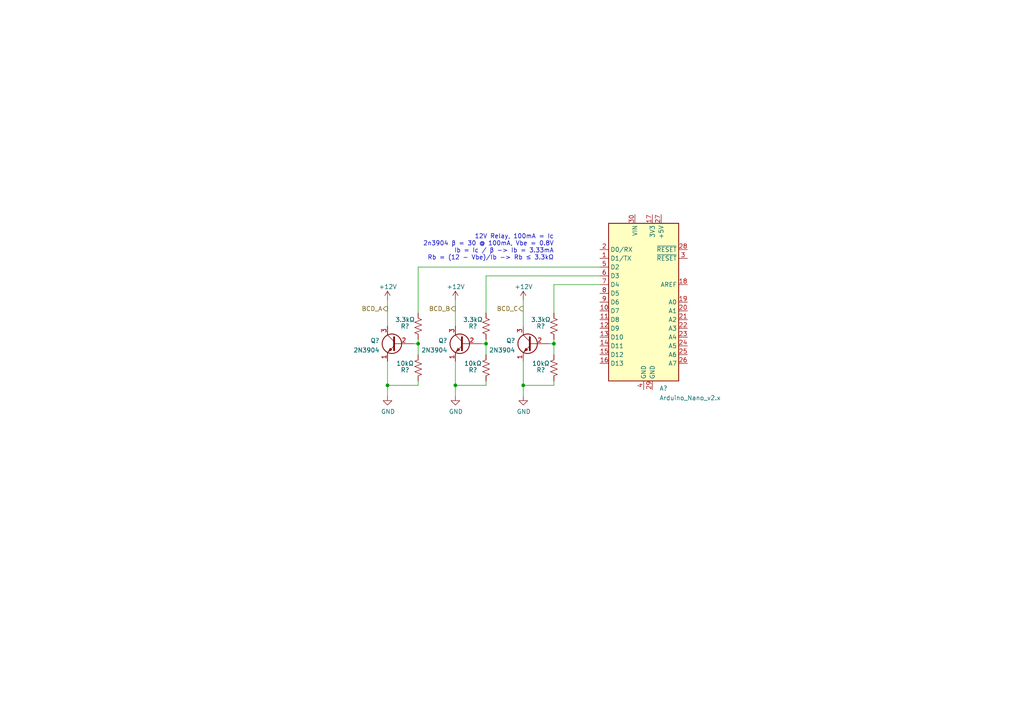
<source format=kicad_sch>
(kicad_sch (version 20211123) (generator eeschema)
  (paper "A4")
  (lib_symbols
    (symbol "Device:R_US" (pin_numbers hide) (pin_names (offset 0))
      (property "Reference" "R" (at 2.54 0 90))
      (property "Value" "R_US" (at -2.54 0 90))
      (symbol "R_US_0_1"
        (polyline (pts (xy 0 -2.286) (xy 0 -2.54)))
        (polyline (pts (xy 0 2.286) (xy 0 2.54)))
        (polyline (pts (xy 0 -0.762) (xy 1.016 -1.143) (xy 0 -1.524) (xy -1.016 -1.905) (xy 0 -2.286)))
        (polyline (pts (xy 0 0.762) (xy 1.016 0.381) (xy 0 0) (xy -1.016 -0.381) (xy 0 -0.762)))
        (polyline (pts (xy 0 2.286) (xy 1.016 1.905) (xy 0 1.524) (xy -1.016 1.143) (xy 0 0.762)))
      )
      (symbol "R_US_1_1"
        (pin passive line (at 0 3.81 270) (length 1.27) (name "~") (number "1"))
        (pin passive line (at 0 -3.81 90) (length 1.27) (name "~") (number "2"))
      )
    )
    (symbol "MCU_Module:Arduino_Nano_v2.x"
      (property "Reference" "A" (at -10.16 23.495 0))
      (property "Value" "Arduino_Nano_v2.x" (at 5.08 -24.13 0))
      (symbol "Arduino_Nano_v2.x_0_1"
        (rectangle (start -10.16 22.86) (end 10.16 -22.86) (stroke (width 0.254)) (fill (type background)))
      )
      (symbol "Arduino_Nano_v2.x_1_1"
        (pin bidirectional line (at -12.7 12.7 0) (length 2.54) (name "D1/TX") (number "1"))
        (pin bidirectional line (at -12.7 -2.54 0) (length 2.54) (name "D7") (number "10"))
        (pin bidirectional line (at -12.7 -5.08 0) (length 2.54) (name "D8") (number "11"))
        (pin bidirectional line (at -12.7 -7.62 0) (length 2.54) (name "D9") (number "12"))
        (pin bidirectional line (at -12.7 -10.16 0) (length 2.54) (name "D10") (number "13"))
        (pin bidirectional line (at -12.7 -12.7 0) (length 2.54) (name "D11") (number "14"))
        (pin bidirectional line (at -12.7 -15.24 0) (length 2.54) (name "D12") (number "15"))
        (pin bidirectional line (at -12.7 -17.78 0) (length 2.54) (name "D13") (number "16"))
        (pin power_out line (at 2.54 25.4 270) (length 2.54) (name "3V3") (number "17"))
        (pin input line (at 12.7 5.08 180) (length 2.54) (name "AREF") (number "18"))
        (pin bidirectional line (at 12.7 0 180) (length 2.54) (name "A0") (number "19"))
        (pin bidirectional line (at -12.7 15.24 0) (length 2.54) (name "D0/RX") (number "2"))
        (pin bidirectional line (at 12.7 -2.54 180) (length 2.54) (name "A1") (number "20"))
        (pin bidirectional line (at 12.7 -5.08 180) (length 2.54) (name "A2") (number "21"))
        (pin bidirectional line (at 12.7 -7.62 180) (length 2.54) (name "A3") (number "22"))
        (pin bidirectional line (at 12.7 -10.16 180) (length 2.54) (name "A4") (number "23"))
        (pin bidirectional line (at 12.7 -12.7 180) (length 2.54) (name "A5") (number "24"))
        (pin bidirectional line (at 12.7 -15.24 180) (length 2.54) (name "A6") (number "25"))
        (pin bidirectional line (at 12.7 -17.78 180) (length 2.54) (name "A7") (number "26"))
        (pin power_out line (at 5.08 25.4 270) (length 2.54) (name "+5V") (number "27"))
        (pin input line (at 12.7 15.24 180) (length 2.54) (name "~{RESET}") (number "28"))
        (pin power_in line (at 2.54 -25.4 90) (length 2.54) (name "GND") (number "29"))
        (pin input line (at 12.7 12.7 180) (length 2.54) (name "~{RESET}") (number "3"))
        (pin power_in line (at -2.54 25.4 270) (length 2.54) (name "VIN") (number "30"))
        (pin power_in line (at 0 -25.4 90) (length 2.54) (name "GND") (number "4"))
        (pin bidirectional line (at -12.7 10.16 0) (length 2.54) (name "D2") (number "5"))
        (pin bidirectional line (at -12.7 7.62 0) (length 2.54) (name "D3") (number "6"))
        (pin bidirectional line (at -12.7 5.08 0) (length 2.54) (name "D4") (number "7"))
        (pin bidirectional line (at -12.7 2.54 0) (length 2.54) (name "D5") (number "8"))
        (pin bidirectional line (at -12.7 0 0) (length 2.54) (name "D6") (number "9"))
      )
    )
    (symbol "Transistor_BJT:2N2219" (pin_names (offset 0) hide)
      (property "Reference" "Q" (at 5.08 1.905 0))
      (property "Value" "2N2219" (at 5.08 0 0))
      (symbol "2N2219_0_1"
        (polyline (pts (xy 0.635 0.635) (xy 2.54 2.54)))
        (polyline (pts (xy 0.635 -0.635) (xy 2.54 -2.54) (xy 2.54 -2.54)))
        (polyline (pts (xy 0.635 1.905) (xy 0.635 -1.905) (xy 0.635 -1.905)) (stroke (width 0.508)))
        (polyline (pts (xy 1.27 -1.778) (xy 1.778 -1.27) (xy 2.286 -2.286) (xy 1.27 -1.778) (xy 1.27 -1.778)) (fill (type outline)))
        (circle (center 1.27 0) (radius 2.8194) (stroke (width 0.254)))
      )
      (symbol "2N2219_1_1"
        (pin passive line (at 2.54 -5.08 90) (length 2.54) (name "E") (number "1"))
        (pin passive line (at -5.08 0 0) (length 5.715) (name "B") (number "2"))
        (pin passive line (at 2.54 5.08 270) (length 2.54) (name "C") (number "3"))
      )
    )
    (symbol "power:+12V" (power) (pin_names (offset 0))
      (property "Value" "+12V" (at 0 3.556 0))
      (symbol "+12V_0_1"
        (polyline (pts (xy -0.762 1.27) (xy 0 2.54)))
        (polyline (pts (xy 0 0) (xy 0 2.54)))
        (polyline (pts (xy 0 2.54) (xy 0.762 1.27)))
      )
      (symbol "+12V_1_1"
        (pin power_in line (at 0 0 90) (length 0) hide (name "+12V") (number "1"))
      )
    )
    (symbol "power:GND" (power) (pin_names (offset 0))
      (property "Value" "GND" (at 0 -3.81 0))
      (symbol "GND_0_1"
        (polyline (pts (xy 0 0) (xy 0 -1.27) (xy 1.27 -1.27) (xy 0 -2.54) (xy -1.27 -1.27) (xy 0 -1.27)))
      )
      (symbol "GND_1_1"
        (pin power_in line (at 0 0 270) (length 0) hide (name "GND") (number "1"))
      )
    )
  )
  (junction (at 121.285 99.695))
  (junction (at 140.97 99.695))
  (junction (at 112.395 111.76))
  (junction (at 132.08 111.76))
  (junction (at 151.765 111.76))
  (junction (at 160.655 99.695))
  (wire (pts (xy 132.08 111.76) (xy 140.97 111.76)))
  (wire (pts (xy 121.285 77.47) (xy 121.285 90.805)))
  (wire (pts (xy 132.08 111.76) (xy 132.08 114.935)))
  (wire (pts (xy 160.655 98.425) (xy 160.655 99.695)))
  (wire (pts (xy 112.395 86.995) (xy 112.395 94.615)))
  (wire (pts (xy 140.97 110.49) (xy 140.97 111.76)))
  (wire (pts (xy 121.285 77.47) (xy 173.99 77.47)))
  (wire (pts (xy 132.08 104.775) (xy 132.08 111.76)))
  (wire (pts (xy 112.395 104.775) (xy 112.395 111.76)))
  (wire (pts (xy 160.655 110.49) (xy 160.655 111.76)))
  (wire (pts (xy 140.97 99.695) (xy 140.97 102.87)))
  (wire (pts (xy 160.655 82.55) (xy 160.655 90.805)))
  (wire (pts (xy 151.765 86.995) (xy 151.765 94.615)))
  (wire (pts (xy 121.285 98.425) (xy 121.285 99.695)))
  (wire (pts (xy 159.385 99.695) (xy 160.655 99.695)))
  (wire (pts (xy 140.97 98.425) (xy 140.97 99.695)))
  (wire (pts (xy 151.765 111.76) (xy 151.765 114.935)))
  (wire (pts (xy 112.395 111.76) (xy 121.285 111.76)))
  (wire (pts (xy 112.395 111.76) (xy 112.395 114.935)))
  (wire (pts (xy 140.97 80.01) (xy 140.97 90.805)))
  (wire (pts (xy 121.285 110.49) (xy 121.285 111.76)))
  (wire (pts (xy 121.285 99.695) (xy 121.285 102.87)))
  (wire (pts (xy 139.7 99.695) (xy 140.97 99.695)))
  (wire (pts (xy 160.655 82.55) (xy 173.99 82.55)))
  (wire (pts (xy 160.655 99.695) (xy 160.655 102.87)))
  (wire (pts (xy 132.08 86.995) (xy 132.08 94.615)))
  (wire (pts (xy 151.765 104.775) (xy 151.765 111.76)))
  (wire (pts (xy 151.765 111.76) (xy 160.655 111.76)))
  (wire (pts (xy 140.97 80.01) (xy 173.99 80.01)))
  (wire (pts (xy 120.015 99.695) (xy 121.285 99.695)))
  (text "12V Relay, 100mA = Ic\n2n3904 β = 30 @ 100mA, Vbe = 0.8V\nIb = Ic / β -> Ib = 3.33mA\nRb = (12 - Vbe)/Ib -> Rb ≤ 3.3kΩ" (at 160.655 75.565 0) (effects (font (size 1.27 1.27)) (justify right bottom)))
  (hierarchical_label "BCD_A" (shape output) (at 112.395 89.535 180))
  (hierarchical_label "BCD_B" (shape output) (at 132.08 89.535 180))
  (hierarchical_label "BCD_C" (shape output) (at 151.765 89.535 180))
  (symbol (lib_id "Transistor_BJT:2N2219") (at 154.305 99.695 0) (mirror y) (unit 1)
    (property "Reference" "Q?" (at 149.4536 98.7865 0) (effects (justify left)))
    (property "Value" "2N3904" (at 149.4536 101.5616 0) (effects (justify left)))
    (property "Footprint" "Package_TO_SOT_THT:TO-39-3" (effects hide))
    (property "Datasheet" "http://www.onsemi.com/pub_link/Collateral/2N2219-D.PDF" (effects hide))
  )
  (symbol (lib_id "Device:R_US") (at 140.97 106.68 0) (mirror y) (unit 1)
    (property "Reference" "R?" (at 135.89 107.315 0) (effects (justify right)))
    (property "Value" "10kΩ" (at 134.62 105.41 0) (effects (justify right)))
  )
  (symbol (lib_id "Transistor_BJT:2N2219") (at 134.62 99.695 0) (mirror y) (unit 1)
    (property "Reference" "Q?" (at 129.7686 98.7865 0) (effects (justify left)))
    (property "Value" "2N3904" (at 129.7686 101.5616 0) (effects (justify left)))
    (property "Footprint" "Package_TO_SOT_THT:TO-39-3" (effects hide))
    (property "Datasheet" "http://www.onsemi.com/pub_link/Collateral/2N2219-D.PDF" (effects hide))
  )
  (symbol (lib_id "power:+12V") (at 132.08 86.995 0) (unit 1)
    (property "Reference" "#PWR?" (effects hide))
    (property "Value" "+12V" (at 129.54 83.185 0) (effects (justify left)))
  )
  (symbol (lib_id "MCU_Module:Arduino_Nano_v2.x") (at 186.69 87.63 0) (unit 1)
    (property "Reference" "A?" (at 191.2494 112.6395 0) (effects (justify left)))
    (property "Value" "Arduino_Nano_v2.x" (at 191.2494 115.4146 0) (effects (justify left)))
    (property "Footprint" "Module:Arduino_Nano" (effects hide))
    (property "Datasheet" "https://www.arduino.cc/en/uploads/Main/ArduinoNanoManual23.pdf" (effects hide))
  )
  (symbol (lib_id "power:GND") (at 151.765 114.935 0) (unit 1)
    (property "Reference" "#PWR?" (effects hide))
    (property "Value" "GND" (at 149.86 119.38 0) (effects (justify left)))
  )
  (symbol (lib_id "Device:R_US") (at 160.655 106.68 0) (mirror y) (unit 1)
    (property "Reference" "R?" (at 155.575 107.315 0) (effects (justify right)))
    (property "Value" "10kΩ" (at 154.305 105.41 0) (effects (justify right)))
  )
  (symbol (lib_id "Transistor_BJT:2N2219") (at 114.935 99.695 0) (mirror y) (unit 1)
    (property "Reference" "Q?" (at 110.0836 98.7865 0) (effects (justify left)))
    (property "Value" "2N3904" (at 110.0836 101.5616 0) (effects (justify left)))
    (property "Footprint" "Package_TO_SOT_THT:TO-39-3" (effects hide))
    (property "Datasheet" "http://www.onsemi.com/pub_link/Collateral/2N2219-D.PDF" (effects hide))
  )
  (symbol (lib_id "Device:R_US") (at 140.97 94.615 0) (unit 1)
    (property "Reference" "R?" (at 137.16 94.615 0))
    (property "Value" "3.3kΩ" (at 137.16 92.71 0))
  )
  (symbol (lib_id "Device:R_US") (at 121.285 106.68 0) (mirror y) (unit 1)
    (property "Reference" "R?" (at 116.205 107.315 0) (effects (justify right)))
    (property "Value" "10kΩ" (at 114.935 105.41 0) (effects (justify right)))
  )
  (symbol (lib_id "power:+12V") (at 112.395 86.995 0) (unit 1)
    (property "Reference" "#PWR?" (effects hide))
    (property "Value" "+12V" (at 109.855 83.185 0) (effects (justify left)))
  )
  (symbol (lib_id "power:GND") (at 132.08 114.935 0) (unit 1)
    (property "Reference" "#PWR?" (effects hide))
    (property "Value" "GND" (at 130.175 119.38 0) (effects (justify left)))
  )
  (symbol (lib_id "Device:R_US") (at 160.655 94.615 0) (unit 1)
    (property "Reference" "R?" (at 156.845 94.615 0))
    (property "Value" "3.3kΩ" (at 156.845 92.71 0))
  )
  (symbol (lib_id "power:GND") (at 112.395 114.935 0) (unit 1)
    (property "Reference" "#PWR?" (effects hide))
    (property "Value" "GND" (at 110.49 119.38 0) (effects (justify left)))
  )
  (symbol (lib_id "Device:R_US") (at 121.285 94.615 0) (unit 1)
    (property "Reference" "R?" (at 117.475 94.615 0))
    (property "Value" "3.3kΩ" (at 117.475 92.71 0))
  )
  (symbol (lib_id "power:+12V") (at 151.765 86.995 0) (unit 1)
    (property "Reference" "#PWR?" (effects hide))
    (property "Value" "+12V" (at 149.225 83.185 0) (effects (justify left)))
  )
)
</source>
